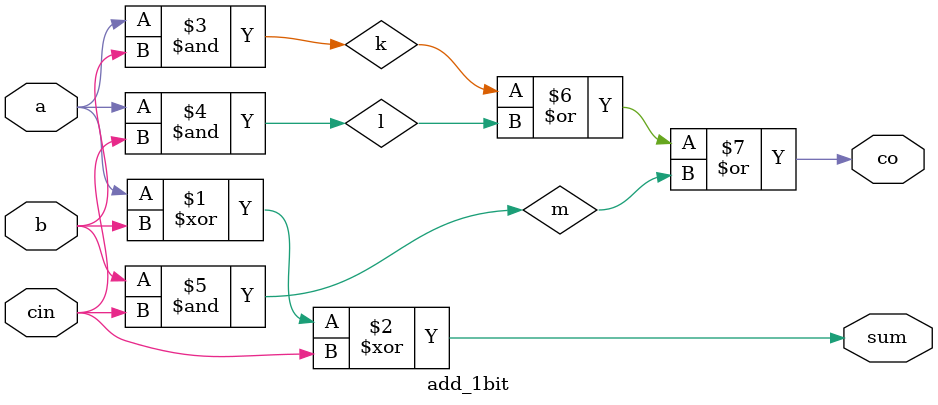
<source format=v>
`timescale 1ns / 1ps

module add_1bit(
  input a,
  input b,
  input cin,
  output sum,
  output co);

  xor g1(sum, a, b, cin);
  and g2(k, a, b);
  and g3(l, a, cin);
  and g4(m, b, cin);
  or g5(co, k, l, m);

endmodule
</source>
